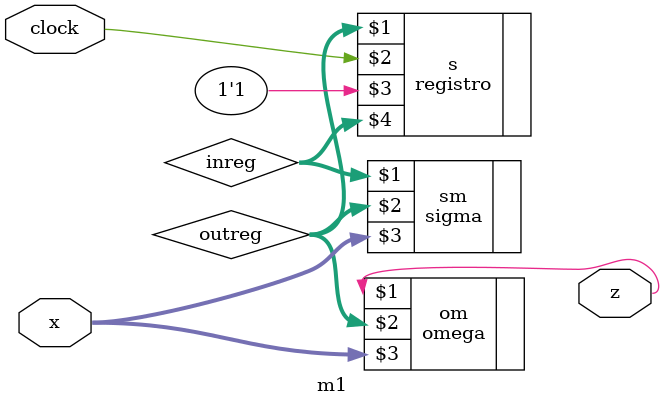
<source format=v>
module m1(output z, input [1:2]x, input clock);

   wire [1:2]outreg;
   wire [1:2]inreg;

   registro s(outreg, clock, 1'b1, inreg);
   sigma sm(inreg, outreg, x);
   omega om(z, outreg, x);
   
endmodule

</source>
